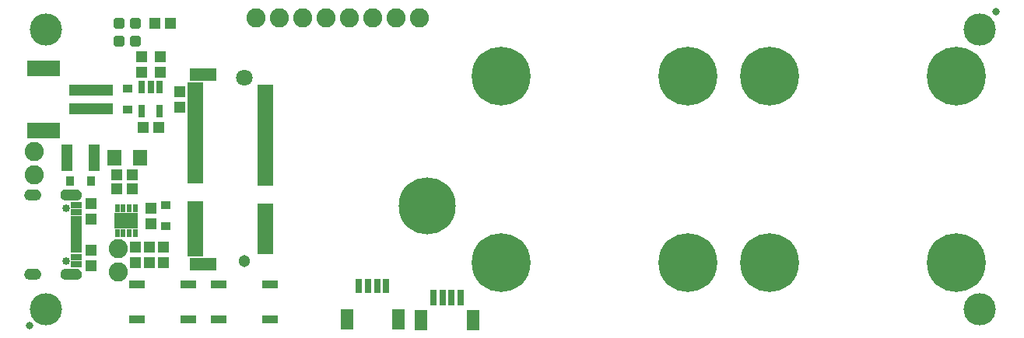
<source format=gts>
G04 EAGLE Gerber RS-274X export*
G75*
%MOMM*%
%FSLAX34Y34*%
%LPD*%
%INSoldermask Top*%
%IPPOS*%
%AMOC8*
5,1,8,0,0,1.08239X$1,22.5*%
G01*
%ADD10R,1.203200X0.503200*%
%ADD11R,1.203200X0.803200*%
%ADD12C,0.853200*%
%ADD13R,1.203200X1.303200*%
%ADD14C,0.838200*%
%ADD15C,3.505200*%
%ADD16R,1.727200X0.965200*%
%ADD17C,6.203200*%
%ADD18R,1.303200X1.203200*%
%ADD19C,0.505344*%
%ADD20C,1.303200*%
%ADD21C,1.803200*%
%ADD22R,1.753200X0.503200*%
%ADD23R,2.953200X1.403200*%
%ADD24R,1.403200X2.203200*%
%ADD25R,0.803200X1.553200*%
%ADD26R,4.803200X1.203200*%
%ADD27R,3.603200X1.803200*%
%ADD28R,0.503200X0.853200*%
%ADD29R,2.553200X1.803200*%
%ADD30R,1.603200X1.803200*%
%ADD31C,2.082800*%
%ADD32R,1.033200X0.833200*%
%ADD33R,1.203200X3.003200*%
%ADD34R,0.753200X1.403200*%
%ADD35R,0.833200X1.033200*%
%ADD36R,0.803200X1.753200*%
%ADD37C,6.400800*%

G36*
X59034Y143834D02*
X59034Y143834D01*
X59037Y143831D01*
X60159Y143986D01*
X60164Y143991D01*
X60168Y143988D01*
X61239Y144359D01*
X61243Y144365D01*
X61248Y144363D01*
X62225Y144936D01*
X62228Y144942D01*
X62233Y144941D01*
X63080Y145694D01*
X63082Y145701D01*
X63087Y145701D01*
X63771Y146604D01*
X63771Y146611D01*
X63776Y146612D01*
X64271Y147631D01*
X64269Y147638D01*
X64274Y147640D01*
X64561Y148737D01*
X64559Y148741D01*
X64561Y148742D01*
X64559Y148744D01*
X64562Y148746D01*
X64629Y149877D01*
X64627Y149881D01*
X64629Y149883D01*
X64562Y151014D01*
X64557Y151019D01*
X64561Y151023D01*
X64274Y152120D01*
X64268Y152124D01*
X64271Y152129D01*
X63776Y153148D01*
X63770Y153151D01*
X63771Y153156D01*
X63087Y154059D01*
X63080Y154061D01*
X63080Y154066D01*
X62233Y154819D01*
X62226Y154819D01*
X62225Y154824D01*
X61248Y155397D01*
X61241Y155396D01*
X61239Y155401D01*
X60168Y155772D01*
X60162Y155769D01*
X60159Y155774D01*
X59037Y155929D01*
X59032Y155926D01*
X59030Y155929D01*
X47030Y155929D01*
X47025Y155926D01*
X47022Y155929D01*
X45755Y155724D01*
X45749Y155718D01*
X45745Y155721D01*
X44555Y155239D01*
X44551Y155232D01*
X44545Y155234D01*
X43492Y154500D01*
X43490Y154492D01*
X43484Y154493D01*
X42621Y153543D01*
X42620Y153534D01*
X42615Y153534D01*
X41985Y152415D01*
X41986Y152407D01*
X41980Y152405D01*
X41615Y151175D01*
X41618Y151167D01*
X41613Y151164D01*
X41531Y149883D01*
X41534Y149879D01*
X41531Y149877D01*
X41613Y148596D01*
X41619Y148590D01*
X41615Y148585D01*
X41980Y147355D01*
X41987Y147350D01*
X41985Y147345D01*
X42615Y146226D01*
X42622Y146223D01*
X42621Y146217D01*
X43484Y145267D01*
X43492Y145266D01*
X43492Y145260D01*
X44545Y144526D01*
X44553Y144526D01*
X44555Y144521D01*
X45745Y144039D01*
X45752Y144041D01*
X45755Y144036D01*
X47022Y143831D01*
X47027Y143834D01*
X47030Y143831D01*
X59030Y143831D01*
X59034Y143834D01*
G37*
G36*
X59034Y57434D02*
X59034Y57434D01*
X59037Y57431D01*
X60159Y57586D01*
X60164Y57591D01*
X60168Y57588D01*
X61239Y57959D01*
X61243Y57965D01*
X61248Y57963D01*
X62225Y58536D01*
X62228Y58542D01*
X62233Y58541D01*
X63080Y59294D01*
X63082Y59301D01*
X63087Y59301D01*
X63771Y60204D01*
X63771Y60211D01*
X63776Y60212D01*
X64271Y61231D01*
X64269Y61238D01*
X64274Y61240D01*
X64561Y62337D01*
X64559Y62341D01*
X64561Y62342D01*
X64559Y62344D01*
X64562Y62346D01*
X64629Y63477D01*
X64627Y63481D01*
X64629Y63483D01*
X64562Y64614D01*
X64557Y64619D01*
X64561Y64623D01*
X64274Y65720D01*
X64268Y65724D01*
X64271Y65729D01*
X63776Y66748D01*
X63770Y66751D01*
X63771Y66756D01*
X63087Y67659D01*
X63080Y67661D01*
X63080Y67666D01*
X62233Y68419D01*
X62226Y68419D01*
X62225Y68424D01*
X61248Y68997D01*
X61241Y68996D01*
X61239Y69001D01*
X60168Y69372D01*
X60162Y69369D01*
X60159Y69374D01*
X59037Y69529D01*
X59032Y69526D01*
X59030Y69529D01*
X47030Y69529D01*
X47025Y69526D01*
X47022Y69529D01*
X45755Y69324D01*
X45749Y69318D01*
X45745Y69321D01*
X44555Y68839D01*
X44551Y68832D01*
X44545Y68834D01*
X43492Y68100D01*
X43490Y68092D01*
X43484Y68093D01*
X42621Y67143D01*
X42620Y67134D01*
X42615Y67134D01*
X41985Y66015D01*
X41986Y66007D01*
X41980Y66005D01*
X41615Y64775D01*
X41618Y64767D01*
X41613Y64764D01*
X41531Y63483D01*
X41534Y63479D01*
X41531Y63477D01*
X41613Y62196D01*
X41619Y62190D01*
X41615Y62185D01*
X41980Y60955D01*
X41987Y60950D01*
X41985Y60945D01*
X42615Y59826D01*
X42622Y59823D01*
X42621Y59817D01*
X43484Y58867D01*
X43492Y58866D01*
X43492Y58860D01*
X44545Y58126D01*
X44553Y58126D01*
X44555Y58121D01*
X45745Y57639D01*
X45752Y57641D01*
X45755Y57636D01*
X47022Y57431D01*
X47027Y57434D01*
X47030Y57431D01*
X59030Y57431D01*
X59034Y57434D01*
G37*
G36*
X14233Y143833D02*
X14233Y143833D01*
X14235Y143831D01*
X15411Y143942D01*
X15416Y143947D01*
X15420Y143944D01*
X16552Y144282D01*
X16556Y144288D01*
X16561Y144286D01*
X17605Y144838D01*
X17608Y144845D01*
X17613Y144843D01*
X18529Y145589D01*
X18530Y145596D01*
X18536Y145596D01*
X19289Y146506D01*
X19289Y146513D01*
X19294Y146514D01*
X19855Y147553D01*
X19854Y147558D01*
X19858Y147560D01*
X19857Y147561D01*
X19859Y147562D01*
X20206Y148691D01*
X20206Y148692D01*
X20207Y148693D01*
X20204Y148697D01*
X20208Y148700D01*
X20329Y149875D01*
X20325Y149882D01*
X20329Y149886D01*
X20172Y151226D01*
X20167Y151232D01*
X20170Y151237D01*
X19719Y152508D01*
X19712Y152513D01*
X19714Y152518D01*
X18992Y153657D01*
X18984Y153660D01*
X18985Y153666D01*
X18027Y154616D01*
X18019Y154617D01*
X18018Y154623D01*
X16873Y155336D01*
X16865Y155335D01*
X16863Y155341D01*
X15587Y155781D01*
X15580Y155779D01*
X15577Y155783D01*
X14235Y155929D01*
X14232Y155927D01*
X14230Y155929D01*
X8230Y155929D01*
X8227Y155927D01*
X8224Y155929D01*
X6895Y155774D01*
X6889Y155768D01*
X6885Y155771D01*
X5624Y155324D01*
X5619Y155317D01*
X5614Y155319D01*
X4484Y154602D01*
X4481Y154595D01*
X4475Y154596D01*
X3533Y153646D01*
X3532Y153637D01*
X3526Y153637D01*
X2819Y152501D01*
X2820Y152493D01*
X2814Y152491D01*
X2378Y151226D01*
X2380Y151218D01*
X2375Y151216D01*
X2231Y149885D01*
X2235Y149879D01*
X2231Y149875D01*
X2341Y148709D01*
X2346Y148704D01*
X2343Y148700D01*
X2678Y147577D01*
X2684Y147573D01*
X2682Y147569D01*
X3230Y146533D01*
X3236Y146530D01*
X3235Y146525D01*
X3974Y145617D01*
X3981Y145615D01*
X3981Y145610D01*
X4883Y144863D01*
X4891Y144863D01*
X4891Y144858D01*
X5922Y144301D01*
X5929Y144302D01*
X5931Y144297D01*
X7050Y143953D01*
X7057Y143955D01*
X7060Y143951D01*
X8225Y143831D01*
X8228Y143833D01*
X8230Y143831D01*
X14230Y143831D01*
X14233Y143833D01*
G37*
G36*
X14233Y57433D02*
X14233Y57433D01*
X14235Y57431D01*
X15411Y57542D01*
X15416Y57547D01*
X15420Y57544D01*
X16552Y57882D01*
X16556Y57888D01*
X16561Y57886D01*
X17605Y58438D01*
X17608Y58445D01*
X17613Y58443D01*
X18529Y59189D01*
X18530Y59196D01*
X18536Y59196D01*
X19289Y60106D01*
X19289Y60113D01*
X19294Y60114D01*
X19855Y61153D01*
X19854Y61158D01*
X19858Y61160D01*
X19857Y61161D01*
X19859Y61162D01*
X20206Y62291D01*
X20206Y62292D01*
X20207Y62293D01*
X20204Y62297D01*
X20208Y62300D01*
X20329Y63475D01*
X20325Y63482D01*
X20329Y63486D01*
X20172Y64826D01*
X20167Y64832D01*
X20170Y64837D01*
X19719Y66108D01*
X19712Y66113D01*
X19714Y66118D01*
X18992Y67257D01*
X18984Y67260D01*
X18985Y67266D01*
X18027Y68216D01*
X18019Y68217D01*
X18018Y68223D01*
X16873Y68936D01*
X16865Y68935D01*
X16863Y68941D01*
X15587Y69381D01*
X15580Y69379D01*
X15577Y69383D01*
X14235Y69529D01*
X14232Y69527D01*
X14230Y69529D01*
X8230Y69529D01*
X8227Y69527D01*
X8224Y69529D01*
X6895Y69374D01*
X6889Y69368D01*
X6885Y69371D01*
X5624Y68924D01*
X5619Y68917D01*
X5614Y68919D01*
X4484Y68202D01*
X4481Y68195D01*
X4475Y68196D01*
X3533Y67246D01*
X3532Y67237D01*
X3526Y67237D01*
X2819Y66101D01*
X2820Y66093D01*
X2814Y66091D01*
X2378Y64826D01*
X2380Y64818D01*
X2375Y64816D01*
X2231Y63485D01*
X2235Y63479D01*
X2231Y63475D01*
X2341Y62309D01*
X2346Y62304D01*
X2343Y62300D01*
X2678Y61177D01*
X2684Y61173D01*
X2682Y61169D01*
X3230Y60133D01*
X3236Y60130D01*
X3235Y60125D01*
X3974Y59217D01*
X3981Y59215D01*
X3981Y59210D01*
X4883Y58463D01*
X4891Y58463D01*
X4891Y58458D01*
X5922Y57901D01*
X5929Y57902D01*
X5931Y57897D01*
X7050Y57553D01*
X7057Y57555D01*
X7060Y57551D01*
X8225Y57431D01*
X8228Y57433D01*
X8230Y57431D01*
X14230Y57431D01*
X14233Y57433D01*
G37*
D10*
X58830Y99180D03*
X58830Y104180D03*
D11*
X58830Y74430D03*
X58830Y82180D03*
D10*
X58830Y89180D03*
X58830Y94180D03*
X58830Y114180D03*
X58830Y109180D03*
D11*
X58830Y138930D03*
X58830Y131180D03*
D10*
X58830Y124180D03*
X58830Y119180D03*
D12*
X47780Y135580D03*
X47780Y77780D03*
D13*
X74930Y140580D03*
X74930Y123580D03*
X74930Y72780D03*
X74930Y89780D03*
D14*
X7620Y7620D03*
X1059180Y349250D03*
D15*
X1041400Y330200D03*
X25400Y330200D03*
X1041400Y25400D03*
X25400Y25400D03*
D16*
X180340Y13970D03*
X124460Y13970D03*
X180340Y52070D03*
X124460Y52070D03*
X269240Y13970D03*
X213360Y13970D03*
X269240Y52070D03*
X213360Y52070D03*
D17*
X440730Y137600D03*
D18*
X143900Y336550D03*
X160900Y336550D03*
D19*
X109020Y340040D02*
X109020Y333060D01*
X102040Y333060D01*
X102040Y340040D01*
X109020Y340040D01*
X109020Y337860D02*
X102040Y337860D01*
X126560Y340040D02*
X126560Y333060D01*
X119580Y333060D01*
X119580Y340040D01*
X126560Y340040D01*
X126560Y337860D02*
X119580Y337860D01*
D20*
X241300Y77800D03*
D21*
X241300Y277800D03*
D22*
X188550Y85300D03*
D23*
X196300Y74300D03*
X196300Y281300D03*
D22*
X264050Y87800D03*
X188550Y90300D03*
X264050Y92800D03*
X188550Y95300D03*
X264050Y97800D03*
X188550Y100300D03*
X264050Y102800D03*
X188550Y105300D03*
X264050Y107800D03*
X188550Y110300D03*
X264050Y112800D03*
X188550Y115300D03*
X264050Y117800D03*
X188550Y120300D03*
X264050Y122800D03*
X188550Y125300D03*
X264050Y127800D03*
X188550Y130300D03*
X264050Y132800D03*
X188550Y135300D03*
X264050Y137800D03*
X188550Y140300D03*
X264050Y162800D03*
X188550Y165300D03*
X264050Y167800D03*
X188550Y170300D03*
X264050Y172800D03*
X188550Y175300D03*
X264050Y177800D03*
X188550Y180300D03*
X264050Y182800D03*
X188550Y185300D03*
X264050Y187800D03*
X188550Y190300D03*
X264050Y192800D03*
X188550Y195300D03*
X264050Y197800D03*
X188550Y200300D03*
X264050Y202800D03*
X188550Y205300D03*
X264050Y207800D03*
X188550Y210300D03*
X264050Y212800D03*
X188550Y215300D03*
X264050Y217800D03*
X188550Y220300D03*
X264050Y222800D03*
X188550Y225300D03*
X264050Y227800D03*
X188550Y230300D03*
X264050Y232800D03*
X188550Y235300D03*
X264050Y237800D03*
X188550Y240300D03*
X264050Y242800D03*
X188550Y245300D03*
X264050Y247800D03*
X188550Y250300D03*
X264050Y252800D03*
X188550Y255300D03*
X264050Y257800D03*
X188550Y260300D03*
X264050Y262800D03*
X188550Y265300D03*
X264050Y267800D03*
X188550Y270300D03*
D24*
X353000Y14050D03*
X409000Y14050D03*
D25*
X366000Y50800D03*
X376000Y50800D03*
X386000Y50800D03*
X396000Y50800D03*
D26*
X75100Y244000D03*
X75100Y264000D03*
D27*
X23100Y220000D03*
X23100Y288000D03*
D28*
X103280Y108170D03*
X109780Y108170D03*
X116280Y108170D03*
X122780Y108170D03*
X122780Y135670D03*
X116280Y135670D03*
X109780Y135670D03*
X103280Y135670D03*
D29*
X113030Y121920D03*
D18*
X102380Y156210D03*
X119380Y156210D03*
X102380Y171450D03*
X119380Y171450D03*
D30*
X128300Y190500D03*
X100300Y190500D03*
D31*
X104140Y91440D03*
X104140Y66040D03*
D13*
X139700Y135500D03*
X139700Y118500D03*
D32*
X156210Y138500D03*
X156210Y115500D03*
D13*
X123190Y93200D03*
X123190Y76200D03*
X138430Y93200D03*
X138430Y76200D03*
X153670Y93200D03*
X153670Y76200D03*
D33*
X48500Y190500D03*
X78500Y190500D03*
D34*
X149200Y267001D03*
X139700Y267001D03*
X130200Y267001D03*
X130200Y240999D03*
X149200Y240999D03*
D13*
X171450Y262500D03*
X171450Y245500D03*
X129540Y283600D03*
X129540Y300600D03*
D18*
X131200Y223520D03*
X148200Y223520D03*
D32*
X114300Y242500D03*
X114300Y265500D03*
D19*
X119580Y314010D02*
X119580Y320990D01*
X126560Y320990D01*
X126560Y314010D01*
X119580Y314010D01*
X119580Y318810D02*
X126560Y318810D01*
X102040Y320990D02*
X102040Y314010D01*
X102040Y320990D02*
X109020Y320990D01*
X109020Y314010D01*
X102040Y314010D01*
X102040Y318810D02*
X109020Y318810D01*
D13*
X149860Y300600D03*
X149860Y283600D03*
D31*
X12700Y196850D03*
X12700Y171450D03*
D35*
X75000Y165100D03*
X52000Y165100D03*
D36*
X477060Y37970D03*
X467060Y37970D03*
X457060Y37970D03*
X447060Y37970D03*
D24*
X490060Y13720D03*
X434060Y13720D03*
D31*
X254000Y342900D03*
X279400Y342900D03*
X304800Y342900D03*
X330200Y342900D03*
X355600Y342900D03*
X381000Y342900D03*
X406400Y342900D03*
X431800Y342900D03*
D37*
X520700Y279400D03*
X723900Y279400D03*
X520700Y76200D03*
X723900Y76200D03*
X812800Y279400D03*
X1016000Y279400D03*
X812800Y76200D03*
X1016000Y76200D03*
M02*

</source>
